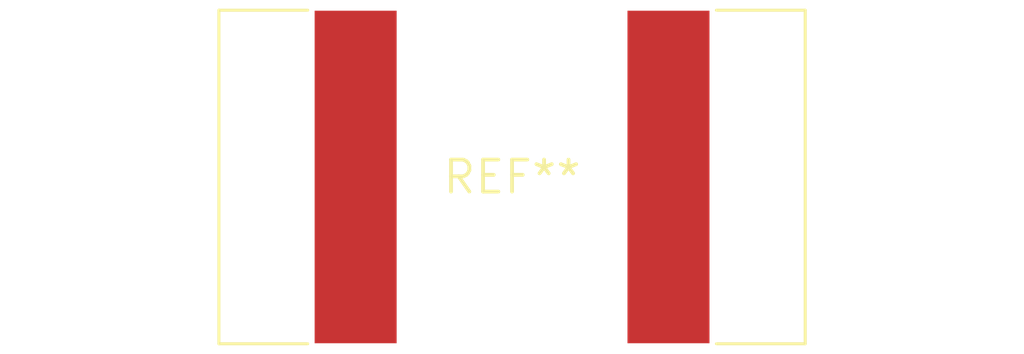
<source format=kicad_pcb>
(kicad_pcb (version 20240108) (generator pcbnew)
  (layers (0 "F.Cu" signal) (31 "B.Cu" signal) (34 "B.Paste" user) (35 "F.Paste" user) (36 "B.SilkS" user "B.Silkscreen") (37 "F.SilkS" user "F.Silkscreen") (38 "B.Mask" user) (39 "F.Mask" user) (44 "Edge.Cuts" user))
  (net 0 "")
  (footprint "Heatsink_Fischer_FK24413DPAK_23x13mm" (layer "F.Cu") (at 0 0)
    (property "Reference" "REF**")
    (property "Value" "Heatsink_Fischer_FK24413DPAK_23x13mm")
    (fp_line (start -11.62 -6.62) (end -8.1 -6.62) (layer "F.SilkS") (stroke (width 0.12)))
    (fp_line (start -11.62 6.62) (end -11.62 -6.62) (layer "F.SilkS") (stroke (width 0.12)))
    (fp_line (start -11.62 6.62) (end -8.1 6.62) (layer "F.SilkS") (stroke (width 0.12)))
    (fp_line (start 8.1 -6.62) (end 11.62 -6.62) (layer "F.SilkS") (stroke (width 0.12)))
    (fp_line (start 8.1 6.62) (end 11.62 6.62) (layer "F.SilkS") (stroke (width 0.12)))
    (fp_line (start 11.62 -6.62) (end 11.62 6.62) (layer "F.SilkS") (stroke (width 0.12)))
    (pad "1" smd rect (at -6.2 0 180) (size 3.25 13.2) (layers "F.Cu" "F.Paste" "F.Mask"))
    (pad "1" smd rect (at 6.2 0) (size 3.25 13.2) (layers "F.Cu" "F.Paste" "F.Mask"))
  )
)
</source>
